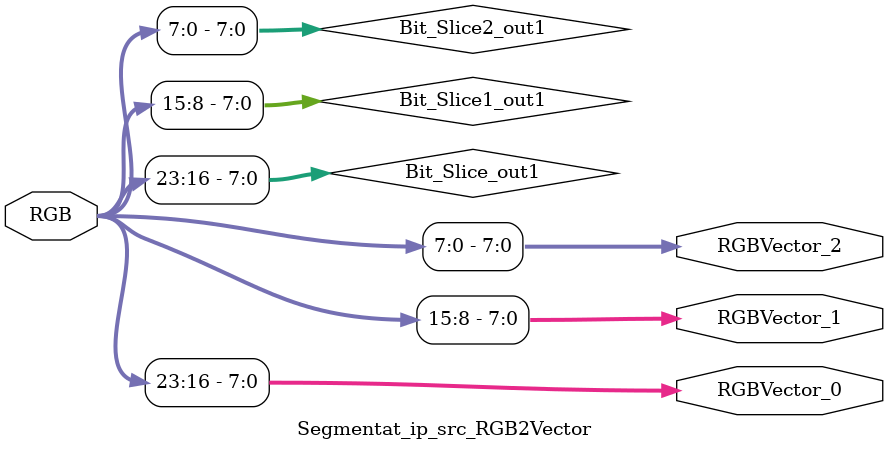
<source format=v>



`timescale 1 ns / 1 ns

module Segmentat_ip_src_RGB2Vector
          (RGB,
           RGBVector_0,
           RGBVector_1,
           RGBVector_2);


  input   [31:0] RGB;  // uint32
  output  [7:0] RGBVector_0;  // uint8
  output  [7:0] RGBVector_1;  // uint8
  output  [7:0] RGBVector_2;  // uint8


  wire [7:0] Bit_Slice_out1;  // uint8
  wire [7:0] Bit_Slice1_out1;  // uint8
  wire [7:0] Bit_Slice2_out1;  // uint8

  // RGB represented in
  // 32'hFFRRGGBB


  assign Bit_Slice_out1 = RGB[23:16];



  assign RGBVector_0 = Bit_Slice_out1;

  assign Bit_Slice1_out1 = RGB[15:8];



  assign RGBVector_1 = Bit_Slice1_out1;

  assign Bit_Slice2_out1 = RGB[7:0];



  assign RGBVector_2 = Bit_Slice2_out1;

endmodule  // Segmentat_ip_src_RGB2Vector


</source>
